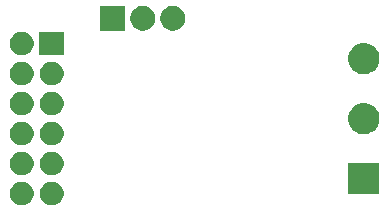
<source format=gbr>
G04 #@! TF.GenerationSoftware,KiCad,Pcbnew,5.0.2*
G04 #@! TF.CreationDate,2020-03-31T15:33:04+02:00*
G04 #@! TF.ProjectId,pmod-dac-ls,706d6f64-2d64-4616-932d-6c732e6b6963,1*
G04 #@! TF.SameCoordinates,Original*
G04 #@! TF.FileFunction,Soldermask,Bot*
G04 #@! TF.FilePolarity,Negative*
%FSLAX46Y46*%
G04 Gerber Fmt 4.6, Leading zero omitted, Abs format (unit mm)*
G04 Created by KiCad (PCBNEW 5.0.2) date mar. 31 mars 2020 15:33:04 CEST*
%MOMM*%
%LPD*%
G01*
G04 APERTURE LIST*
%ADD10C,0.100000*%
G04 APERTURE END LIST*
D10*
G36*
X136331981Y-110387468D02*
X136514150Y-110462925D01*
X136678103Y-110572475D01*
X136817525Y-110711897D01*
X136927075Y-110875850D01*
X137002532Y-111058019D01*
X137041000Y-111251410D01*
X137041000Y-111448590D01*
X137002532Y-111641981D01*
X136927075Y-111824150D01*
X136817525Y-111988103D01*
X136678103Y-112127525D01*
X136514150Y-112237075D01*
X136331981Y-112312532D01*
X136138590Y-112351000D01*
X135941410Y-112351000D01*
X135748019Y-112312532D01*
X135565850Y-112237075D01*
X135401897Y-112127525D01*
X135262475Y-111988103D01*
X135152925Y-111824150D01*
X135077468Y-111641981D01*
X135039000Y-111448590D01*
X135039000Y-111251410D01*
X135077468Y-111058019D01*
X135152925Y-110875850D01*
X135262475Y-110711897D01*
X135401897Y-110572475D01*
X135565850Y-110462925D01*
X135748019Y-110387468D01*
X135941410Y-110349000D01*
X136138590Y-110349000D01*
X136331981Y-110387468D01*
X136331981Y-110387468D01*
G37*
G36*
X133791981Y-110387468D02*
X133974150Y-110462925D01*
X134138103Y-110572475D01*
X134277525Y-110711897D01*
X134387075Y-110875850D01*
X134462532Y-111058019D01*
X134501000Y-111251410D01*
X134501000Y-111448590D01*
X134462532Y-111641981D01*
X134387075Y-111824150D01*
X134277525Y-111988103D01*
X134138103Y-112127525D01*
X133974150Y-112237075D01*
X133791981Y-112312532D01*
X133598590Y-112351000D01*
X133401410Y-112351000D01*
X133208019Y-112312532D01*
X133025850Y-112237075D01*
X132861897Y-112127525D01*
X132722475Y-111988103D01*
X132612925Y-111824150D01*
X132537468Y-111641981D01*
X132499000Y-111448590D01*
X132499000Y-111251410D01*
X132537468Y-111058019D01*
X132612925Y-110875850D01*
X132722475Y-110711897D01*
X132861897Y-110572475D01*
X133025850Y-110462925D01*
X133208019Y-110387468D01*
X133401410Y-110349000D01*
X133598590Y-110349000D01*
X133791981Y-110387468D01*
X133791981Y-110387468D01*
G37*
G36*
X163791000Y-111401000D02*
X161149000Y-111401000D01*
X161149000Y-108759000D01*
X163791000Y-108759000D01*
X163791000Y-111401000D01*
X163791000Y-111401000D01*
G37*
G36*
X136331981Y-107847468D02*
X136514150Y-107922925D01*
X136678103Y-108032475D01*
X136817525Y-108171897D01*
X136927075Y-108335850D01*
X137002532Y-108518019D01*
X137041000Y-108711410D01*
X137041000Y-108908590D01*
X137002532Y-109101981D01*
X136927075Y-109284150D01*
X136817525Y-109448103D01*
X136678103Y-109587525D01*
X136514150Y-109697075D01*
X136331981Y-109772532D01*
X136138590Y-109811000D01*
X135941410Y-109811000D01*
X135748019Y-109772532D01*
X135565850Y-109697075D01*
X135401897Y-109587525D01*
X135262475Y-109448103D01*
X135152925Y-109284150D01*
X135077468Y-109101981D01*
X135039000Y-108908590D01*
X135039000Y-108711410D01*
X135077468Y-108518019D01*
X135152925Y-108335850D01*
X135262475Y-108171897D01*
X135401897Y-108032475D01*
X135565850Y-107922925D01*
X135748019Y-107847468D01*
X135941410Y-107809000D01*
X136138590Y-107809000D01*
X136331981Y-107847468D01*
X136331981Y-107847468D01*
G37*
G36*
X133791981Y-107847468D02*
X133974150Y-107922925D01*
X134138103Y-108032475D01*
X134277525Y-108171897D01*
X134387075Y-108335850D01*
X134462532Y-108518019D01*
X134501000Y-108711410D01*
X134501000Y-108908590D01*
X134462532Y-109101981D01*
X134387075Y-109284150D01*
X134277525Y-109448103D01*
X134138103Y-109587525D01*
X133974150Y-109697075D01*
X133791981Y-109772532D01*
X133598590Y-109811000D01*
X133401410Y-109811000D01*
X133208019Y-109772532D01*
X133025850Y-109697075D01*
X132861897Y-109587525D01*
X132722475Y-109448103D01*
X132612925Y-109284150D01*
X132537468Y-109101981D01*
X132499000Y-108908590D01*
X132499000Y-108711410D01*
X132537468Y-108518019D01*
X132612925Y-108335850D01*
X132722475Y-108171897D01*
X132861897Y-108032475D01*
X133025850Y-107922925D01*
X133208019Y-107847468D01*
X133401410Y-107809000D01*
X133598590Y-107809000D01*
X133791981Y-107847468D01*
X133791981Y-107847468D01*
G37*
G36*
X136331981Y-105307468D02*
X136514150Y-105382925D01*
X136678103Y-105492475D01*
X136817525Y-105631897D01*
X136927075Y-105795850D01*
X137002532Y-105978019D01*
X137041000Y-106171410D01*
X137041000Y-106368590D01*
X137002532Y-106561981D01*
X136927075Y-106744150D01*
X136817525Y-106908103D01*
X136678103Y-107047525D01*
X136514150Y-107157075D01*
X136331981Y-107232532D01*
X136138590Y-107271000D01*
X135941410Y-107271000D01*
X135748019Y-107232532D01*
X135565850Y-107157075D01*
X135401897Y-107047525D01*
X135262475Y-106908103D01*
X135152925Y-106744150D01*
X135077468Y-106561981D01*
X135039000Y-106368590D01*
X135039000Y-106171410D01*
X135077468Y-105978019D01*
X135152925Y-105795850D01*
X135262475Y-105631897D01*
X135401897Y-105492475D01*
X135565850Y-105382925D01*
X135748019Y-105307468D01*
X135941410Y-105269000D01*
X136138590Y-105269000D01*
X136331981Y-105307468D01*
X136331981Y-105307468D01*
G37*
G36*
X133791981Y-105307468D02*
X133974150Y-105382925D01*
X134138103Y-105492475D01*
X134277525Y-105631897D01*
X134387075Y-105795850D01*
X134462532Y-105978019D01*
X134501000Y-106171410D01*
X134501000Y-106368590D01*
X134462532Y-106561981D01*
X134387075Y-106744150D01*
X134277525Y-106908103D01*
X134138103Y-107047525D01*
X133974150Y-107157075D01*
X133791981Y-107232532D01*
X133598590Y-107271000D01*
X133401410Y-107271000D01*
X133208019Y-107232532D01*
X133025850Y-107157075D01*
X132861897Y-107047525D01*
X132722475Y-106908103D01*
X132612925Y-106744150D01*
X132537468Y-106561981D01*
X132499000Y-106368590D01*
X132499000Y-106171410D01*
X132537468Y-105978019D01*
X132612925Y-105795850D01*
X132722475Y-105631897D01*
X132861897Y-105492475D01*
X133025850Y-105382925D01*
X133208019Y-105307468D01*
X133401410Y-105269000D01*
X133598590Y-105269000D01*
X133791981Y-105307468D01*
X133791981Y-105307468D01*
G37*
G36*
X162770250Y-103712843D02*
X162855322Y-103729765D01*
X162925735Y-103758931D01*
X163095728Y-103829344D01*
X163312092Y-103973914D01*
X163496086Y-104157908D01*
X163640656Y-104374272D01*
X163711069Y-104544265D01*
X163740235Y-104614678D01*
X163791000Y-104869893D01*
X163791000Y-105130107D01*
X163740712Y-105382926D01*
X163740235Y-105385321D01*
X163640656Y-105625728D01*
X163496086Y-105842092D01*
X163312092Y-106026086D01*
X163095728Y-106170656D01*
X162925735Y-106241069D01*
X162855322Y-106270235D01*
X162770250Y-106287157D01*
X162600109Y-106321000D01*
X162339891Y-106321000D01*
X162169750Y-106287157D01*
X162084678Y-106270235D01*
X162014265Y-106241069D01*
X161844272Y-106170656D01*
X161627908Y-106026086D01*
X161443914Y-105842092D01*
X161299344Y-105625728D01*
X161199765Y-105385321D01*
X161199289Y-105382926D01*
X161149000Y-105130107D01*
X161149000Y-104869893D01*
X161199765Y-104614678D01*
X161228931Y-104544265D01*
X161299344Y-104374272D01*
X161443914Y-104157908D01*
X161627908Y-103973914D01*
X161844272Y-103829344D01*
X162014265Y-103758931D01*
X162084678Y-103729765D01*
X162169750Y-103712843D01*
X162339891Y-103679000D01*
X162600109Y-103679000D01*
X162770250Y-103712843D01*
X162770250Y-103712843D01*
G37*
G36*
X133791981Y-102767468D02*
X133974150Y-102842925D01*
X134138103Y-102952475D01*
X134277525Y-103091897D01*
X134387075Y-103255850D01*
X134462532Y-103438019D01*
X134501000Y-103631410D01*
X134501000Y-103828590D01*
X134462532Y-104021981D01*
X134387075Y-104204150D01*
X134277525Y-104368103D01*
X134138103Y-104507525D01*
X133974150Y-104617075D01*
X133791981Y-104692532D01*
X133598590Y-104731000D01*
X133401410Y-104731000D01*
X133208019Y-104692532D01*
X133025850Y-104617075D01*
X132861897Y-104507525D01*
X132722475Y-104368103D01*
X132612925Y-104204150D01*
X132537468Y-104021981D01*
X132499000Y-103828590D01*
X132499000Y-103631410D01*
X132537468Y-103438019D01*
X132612925Y-103255850D01*
X132722475Y-103091897D01*
X132861897Y-102952475D01*
X133025850Y-102842925D01*
X133208019Y-102767468D01*
X133401410Y-102729000D01*
X133598590Y-102729000D01*
X133791981Y-102767468D01*
X133791981Y-102767468D01*
G37*
G36*
X136331981Y-102767468D02*
X136514150Y-102842925D01*
X136678103Y-102952475D01*
X136817525Y-103091897D01*
X136927075Y-103255850D01*
X137002532Y-103438019D01*
X137041000Y-103631410D01*
X137041000Y-103828590D01*
X137002532Y-104021981D01*
X136927075Y-104204150D01*
X136817525Y-104368103D01*
X136678103Y-104507525D01*
X136514150Y-104617075D01*
X136331981Y-104692532D01*
X136138590Y-104731000D01*
X135941410Y-104731000D01*
X135748019Y-104692532D01*
X135565850Y-104617075D01*
X135401897Y-104507525D01*
X135262475Y-104368103D01*
X135152925Y-104204150D01*
X135077468Y-104021981D01*
X135039000Y-103828590D01*
X135039000Y-103631410D01*
X135077468Y-103438019D01*
X135152925Y-103255850D01*
X135262475Y-103091897D01*
X135401897Y-102952475D01*
X135565850Y-102842925D01*
X135748019Y-102767468D01*
X135941410Y-102729000D01*
X136138590Y-102729000D01*
X136331981Y-102767468D01*
X136331981Y-102767468D01*
G37*
G36*
X136331981Y-100227468D02*
X136514150Y-100302925D01*
X136678103Y-100412475D01*
X136817525Y-100551897D01*
X136927075Y-100715850D01*
X137002532Y-100898019D01*
X137041000Y-101091410D01*
X137041000Y-101288590D01*
X137002532Y-101481981D01*
X136927075Y-101664150D01*
X136817525Y-101828103D01*
X136678103Y-101967525D01*
X136514150Y-102077075D01*
X136331981Y-102152532D01*
X136138590Y-102191000D01*
X135941410Y-102191000D01*
X135748019Y-102152532D01*
X135565850Y-102077075D01*
X135401897Y-101967525D01*
X135262475Y-101828103D01*
X135152925Y-101664150D01*
X135077468Y-101481981D01*
X135039000Y-101288590D01*
X135039000Y-101091410D01*
X135077468Y-100898019D01*
X135152925Y-100715850D01*
X135262475Y-100551897D01*
X135401897Y-100412475D01*
X135565850Y-100302925D01*
X135748019Y-100227468D01*
X135941410Y-100189000D01*
X136138590Y-100189000D01*
X136331981Y-100227468D01*
X136331981Y-100227468D01*
G37*
G36*
X133791981Y-100227468D02*
X133974150Y-100302925D01*
X134138103Y-100412475D01*
X134277525Y-100551897D01*
X134387075Y-100715850D01*
X134462532Y-100898019D01*
X134501000Y-101091410D01*
X134501000Y-101288590D01*
X134462532Y-101481981D01*
X134387075Y-101664150D01*
X134277525Y-101828103D01*
X134138103Y-101967525D01*
X133974150Y-102077075D01*
X133791981Y-102152532D01*
X133598590Y-102191000D01*
X133401410Y-102191000D01*
X133208019Y-102152532D01*
X133025850Y-102077075D01*
X132861897Y-101967525D01*
X132722475Y-101828103D01*
X132612925Y-101664150D01*
X132537468Y-101481981D01*
X132499000Y-101288590D01*
X132499000Y-101091410D01*
X132537468Y-100898019D01*
X132612925Y-100715850D01*
X132722475Y-100551897D01*
X132861897Y-100412475D01*
X133025850Y-100302925D01*
X133208019Y-100227468D01*
X133401410Y-100189000D01*
X133598590Y-100189000D01*
X133791981Y-100227468D01*
X133791981Y-100227468D01*
G37*
G36*
X162770250Y-98632843D02*
X162855322Y-98649765D01*
X162925735Y-98678931D01*
X163095728Y-98749344D01*
X163312092Y-98893914D01*
X163496086Y-99077908D01*
X163640656Y-99294272D01*
X163711069Y-99464265D01*
X163740235Y-99534678D01*
X163791000Y-99789893D01*
X163791000Y-100050107D01*
X163740712Y-100302926D01*
X163740235Y-100305321D01*
X163640656Y-100545728D01*
X163496086Y-100762092D01*
X163312092Y-100946086D01*
X163095728Y-101090656D01*
X162925735Y-101161069D01*
X162855322Y-101190235D01*
X162770250Y-101207157D01*
X162600109Y-101241000D01*
X162339891Y-101241000D01*
X162169750Y-101207157D01*
X162084678Y-101190235D01*
X162014265Y-101161069D01*
X161844272Y-101090656D01*
X161627908Y-100946086D01*
X161443914Y-100762092D01*
X161299344Y-100545728D01*
X161199765Y-100305321D01*
X161199289Y-100302926D01*
X161149000Y-100050107D01*
X161149000Y-99789893D01*
X161199765Y-99534678D01*
X161228931Y-99464265D01*
X161299344Y-99294272D01*
X161443914Y-99077908D01*
X161627908Y-98893914D01*
X161844272Y-98749344D01*
X162014265Y-98678931D01*
X162084678Y-98649765D01*
X162169750Y-98632843D01*
X162339891Y-98599000D01*
X162600109Y-98599000D01*
X162770250Y-98632843D01*
X162770250Y-98632843D01*
G37*
G36*
X137091000Y-99651000D02*
X134989000Y-99651000D01*
X134989000Y-97649000D01*
X137091000Y-97649000D01*
X137091000Y-99651000D01*
X137091000Y-99651000D01*
G37*
G36*
X133791981Y-97687468D02*
X133974150Y-97762925D01*
X134138103Y-97872475D01*
X134277525Y-98011897D01*
X134387075Y-98175850D01*
X134462532Y-98358019D01*
X134501000Y-98551410D01*
X134501000Y-98748590D01*
X134462532Y-98941981D01*
X134387075Y-99124150D01*
X134277525Y-99288103D01*
X134138103Y-99427525D01*
X133974150Y-99537075D01*
X133791981Y-99612532D01*
X133598590Y-99651000D01*
X133401410Y-99651000D01*
X133208019Y-99612532D01*
X133025850Y-99537075D01*
X132861897Y-99427525D01*
X132722475Y-99288103D01*
X132612925Y-99124150D01*
X132537468Y-98941981D01*
X132499000Y-98748590D01*
X132499000Y-98551410D01*
X132537468Y-98358019D01*
X132612925Y-98175850D01*
X132722475Y-98011897D01*
X132861897Y-97872475D01*
X133025850Y-97762925D01*
X133208019Y-97687468D01*
X133401410Y-97649000D01*
X133598590Y-97649000D01*
X133791981Y-97687468D01*
X133791981Y-97687468D01*
G37*
G36*
X146596565Y-95489389D02*
X146787834Y-95568615D01*
X146959976Y-95683637D01*
X147106363Y-95830024D01*
X147221385Y-96002166D01*
X147300611Y-96193435D01*
X147341000Y-96396484D01*
X147341000Y-96603516D01*
X147300611Y-96806565D01*
X147221385Y-96997834D01*
X147106363Y-97169976D01*
X146959976Y-97316363D01*
X146787834Y-97431385D01*
X146596565Y-97510611D01*
X146393516Y-97551000D01*
X146186484Y-97551000D01*
X145983435Y-97510611D01*
X145792166Y-97431385D01*
X145620024Y-97316363D01*
X145473637Y-97169976D01*
X145358615Y-96997834D01*
X145279389Y-96806565D01*
X145239000Y-96603516D01*
X145239000Y-96396484D01*
X145279389Y-96193435D01*
X145358615Y-96002166D01*
X145473637Y-95830024D01*
X145620024Y-95683637D01*
X145792166Y-95568615D01*
X145983435Y-95489389D01*
X146186484Y-95449000D01*
X146393516Y-95449000D01*
X146596565Y-95489389D01*
X146596565Y-95489389D01*
G37*
G36*
X142261000Y-97551000D02*
X140159000Y-97551000D01*
X140159000Y-95449000D01*
X142261000Y-95449000D01*
X142261000Y-97551000D01*
X142261000Y-97551000D01*
G37*
G36*
X144056565Y-95489389D02*
X144247834Y-95568615D01*
X144419976Y-95683637D01*
X144566363Y-95830024D01*
X144681385Y-96002166D01*
X144760611Y-96193435D01*
X144801000Y-96396484D01*
X144801000Y-96603516D01*
X144760611Y-96806565D01*
X144681385Y-96997834D01*
X144566363Y-97169976D01*
X144419976Y-97316363D01*
X144247834Y-97431385D01*
X144056565Y-97510611D01*
X143853516Y-97551000D01*
X143646484Y-97551000D01*
X143443435Y-97510611D01*
X143252166Y-97431385D01*
X143080024Y-97316363D01*
X142933637Y-97169976D01*
X142818615Y-96997834D01*
X142739389Y-96806565D01*
X142699000Y-96603516D01*
X142699000Y-96396484D01*
X142739389Y-96193435D01*
X142818615Y-96002166D01*
X142933637Y-95830024D01*
X143080024Y-95683637D01*
X143252166Y-95568615D01*
X143443435Y-95489389D01*
X143646484Y-95449000D01*
X143853516Y-95449000D01*
X144056565Y-95489389D01*
X144056565Y-95489389D01*
G37*
M02*

</source>
